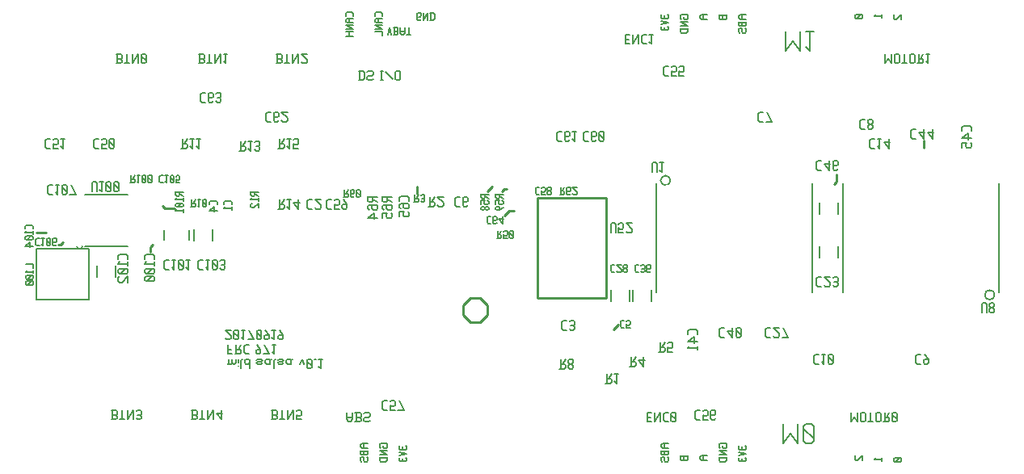
<source format=gbr>
G04 start of page 11 for group -4078 idx -4078 *
G04 Title: board, bottomsilk *
G04 Creator: pcb 20140316 *
G04 CreationDate: Mon 25 Sep 2017 03:50:36 AM GMT UTC *
G04 For: brian *
G04 Format: Gerber/RS-274X *
G04 PCB-Dimensions (mil): 6000.00 5000.00 *
G04 PCB-Coordinate-Origin: lower left *
%MOIN*%
%FSLAX25Y25*%
%LNBOTTOMSILK*%
%ADD145C,0.0082*%
%ADD144C,0.0080*%
%ADD143C,0.0100*%
G54D143*X458000Y252000D02*X459000Y253000D01*
Y256000D01*
X495000Y270000D02*Y267000D01*
X305000Y202000D02*Y198000D01*
X308000Y195000D01*
X312000D01*
X315000Y198000D01*
Y202000D01*
X312000Y205000D01*
X326000Y241000D02*X324000D01*
X322000Y239000D01*
X312000Y205000D02*X308000D01*
X305000Y202000D01*
X367000Y192000D02*X369000Y194000D01*
X323000Y250000D02*X322000D01*
X321000Y249000D01*
X317000Y251000D02*X315000Y249000D01*
X133000Y232000D02*X129000D01*
X138000Y227000D02*X139000D01*
X140000Y228000D01*
X176000Y224000D02*Y226000D01*
X177000Y227000D01*
X186000Y242000D02*X182000D01*
X181000Y243000D01*
X286000Y251000D02*Y248000D01*
G54D144*X263500Y145000D02*X265750D01*
X263500D02*X262750Y144475D01*
Y143650D02*Y144475D01*
Y143650D02*X263500Y143125D01*
X265750D01*
X264250D02*Y145000D01*
X265750Y140725D02*Y142225D01*
Y140725D02*X265375Y140350D01*
X264475D02*X265375D01*
X264100Y140725D02*X264475Y140350D01*
X264100Y140725D02*Y141850D01*
X262750D02*X265750D01*
X262750Y140725D02*Y142225D01*
Y140725D02*X263125Y140350D01*
X263725D01*
X264100Y140725D02*X263725Y140350D01*
X262750Y137950D02*X263125Y137575D01*
X262750Y137950D02*Y139075D01*
X263125Y139450D02*X262750Y139075D01*
X263125Y139450D02*X263875D01*
X264250Y139075D01*
Y137950D02*Y139075D01*
Y137950D02*X264625Y137575D01*
X265375D01*
X265750Y137950D02*X265375Y137575D01*
X265750Y137950D02*Y139075D01*
X265375Y139450D02*X265750Y139075D01*
X270750Y143500D02*X271125Y143125D01*
X270750Y143500D02*Y144625D01*
X271125Y145000D02*X270750Y144625D01*
X271125Y145000D02*X273375D01*
X273750Y144625D01*
Y143500D02*Y144625D01*
Y143500D02*X273375Y143125D01*
X272625D02*X273375D01*
X272250Y143500D02*X272625Y143125D01*
X272250Y143500D02*Y144250D01*
X270750Y142225D02*X273750D01*
X270750D02*X273750Y140350D01*
X270750D02*X273750D01*
X270750Y139075D02*X273750D01*
X270750Y138100D02*X271275Y137575D01*
X273225D01*
X273750Y138100D02*X273225Y137575D01*
X273750Y138100D02*Y139450D01*
X270750Y138100D02*Y139450D01*
X279125Y144000D02*X278750Y143625D01*
Y142875D02*Y143625D01*
Y142875D02*X279125Y142500D01*
X281750Y142875D02*X281375Y142500D01*
X281750Y142875D02*Y143625D01*
X281375Y144000D02*X281750Y143625D01*
X280100Y142875D02*Y143625D01*
X279125Y142500D02*X279725D01*
X280475D02*X281375D01*
X280475D02*X280100Y142875D01*
X279725Y142500D02*X280100Y142875D01*
X278750Y141600D02*X281750Y140850D01*
X278750Y140100D01*
X279125Y139200D02*X278750Y138825D01*
Y138075D02*Y138825D01*
Y138075D02*X279125Y137700D01*
X281750Y138075D02*X281375Y137700D01*
X281750Y138075D02*Y138825D01*
X281375Y139200D02*X281750Y138825D01*
X280100Y138075D02*Y138825D01*
X279125Y137700D02*X279725D01*
X280475D02*X281375D01*
X280475D02*X280100Y138075D01*
X279725Y137700D02*X280100Y138075D01*
G54D145*X437000Y145050D02*Y153250D01*
Y145050D02*X440075Y149150D01*
X443150Y145050D01*
Y153250D01*
X445610Y152225D02*X446635Y153250D01*
X445610Y146075D02*Y152225D01*
Y146075D02*X446635Y145050D01*
X448685D01*
X449710Y146075D01*
Y152225D01*
X448685Y153250D02*X449710Y152225D01*
X446635Y153250D02*X448685D01*
X445610Y151200D02*X449710Y147100D01*
G54D144*X419125Y144000D02*X418750Y143625D01*
Y142875D02*Y143625D01*
Y142875D02*X419125Y142500D01*
X421750Y142875D02*X421375Y142500D01*
X421750Y142875D02*Y143625D01*
X421375Y144000D02*X421750Y143625D01*
X420100Y142875D02*Y143625D01*
X419125Y142500D02*X419725D01*
X420475D02*X421375D01*
X420475D02*X420100Y142875D01*
X419725Y142500D02*X420100Y142875D01*
X418750Y141600D02*X421750Y140850D01*
X418750Y140100D01*
X419125Y139200D02*X418750Y138825D01*
Y138075D02*Y138825D01*
Y138075D02*X419125Y137700D01*
X421750Y138075D02*X421375Y137700D01*
X421750Y138075D02*Y138825D01*
X421375Y139200D02*X421750Y138825D01*
X420100Y138075D02*Y138825D01*
X419125Y137700D02*X419725D01*
X420475D02*X421375D01*
X420475D02*X420100Y138075D01*
X419725Y137700D02*X420100Y138075D01*
X410750Y143500D02*X411125Y143125D01*
X410750Y143500D02*Y144625D01*
X411125Y145000D02*X410750Y144625D01*
X411125Y145000D02*X413375D01*
X413750Y144625D01*
Y143500D02*Y144625D01*
Y143500D02*X413375Y143125D01*
X412625D02*X413375D01*
X412250Y143500D02*X412625Y143125D01*
X412250Y143500D02*Y144250D01*
X410750Y142225D02*X413750D01*
X410750D02*X413750Y140350D01*
X410750D02*X413750D01*
X410750Y139075D02*X413750D01*
X410750Y138100D02*X411275Y137575D01*
X413225D01*
X413750Y138100D02*X413225Y137575D01*
X413750Y138100D02*Y139450D01*
X410750Y138100D02*Y139450D01*
X403500Y140000D02*X405750D01*
X403500D02*X402750Y139475D01*
Y138650D02*Y139475D01*
Y138650D02*X403500Y138125D01*
X405750D01*
X404250D02*Y140000D01*
X397750Y138500D02*Y140000D01*
Y138500D02*X397375Y138125D01*
X396475D02*X397375D01*
X396100Y138500D02*X396475Y138125D01*
X396100Y138500D02*Y139625D01*
X394750D02*X397750D01*
X394750Y138500D02*Y140000D01*
Y138500D02*X395125Y138125D01*
X395725D01*
X396100Y138500D02*X395725Y138125D01*
X475350Y139000D02*X474750Y138400D01*
X477750D01*
Y137875D02*Y139000D01*
X485375D02*X485750Y138625D01*
X483125Y139000D02*X485375D01*
X483125D02*X482750Y138625D01*
Y137875D02*Y138625D01*
Y137875D02*X483125Y137500D01*
X485375D01*
X485750Y137875D02*X485375Y137500D01*
X485750Y137875D02*Y138625D01*
X485000Y139000D02*X483500Y137500D01*
X467125Y140000D02*X466750Y139625D01*
Y138500D02*Y139625D01*
Y138500D02*X467125Y138125D01*
X467875D01*
X469750Y140000D02*X467875Y138125D01*
X469750D02*Y140000D01*
X465000Y153980D02*Y157900D01*
Y153980D02*X466470Y155940D01*
X467940Y153980D01*
Y157900D01*
X469116Y154470D02*Y157410D01*
Y154470D02*X469606Y153980D01*
X470586D01*
X471076Y154470D01*
Y157410D01*
X470586Y157900D02*X471076Y157410D01*
X469606Y157900D02*X470586D01*
X469116Y157410D02*X469606Y157900D01*
X472252Y153980D02*X474212D01*
X473232D02*Y157900D01*
X475388Y154470D02*Y157410D01*
Y154470D02*X475878Y153980D01*
X476858D01*
X477348Y154470D01*
Y157410D01*
X476858Y157900D02*X477348Y157410D01*
X475878Y157900D02*X476858D01*
X475388Y157410D02*X475878Y157900D01*
X478524Y153980D02*X480484D01*
X480974Y154470D01*
Y155450D01*
X480484Y155940D02*X480974Y155450D01*
X479014Y155940D02*X480484D01*
X479014Y153980D02*Y157900D01*
X479798Y155940D02*X480974Y157900D01*
X482150Y157410D02*X482640Y157900D01*
X482150Y154470D02*Y157410D01*
Y154470D02*X482640Y153980D01*
X483620D01*
X484110Y154470D01*
Y157410D01*
X483620Y157900D02*X484110Y157410D01*
X482640Y157900D02*X483620D01*
X482150Y156920D02*X484110Y154960D01*
X387500Y145000D02*X389750D01*
X387500D02*X386750Y144475D01*
Y143650D02*Y144475D01*
Y143650D02*X387500Y143125D01*
X389750D01*
X388250D02*Y145000D01*
X389750Y140725D02*Y142225D01*
Y140725D02*X389375Y140350D01*
X388475D02*X389375D01*
X388100Y140725D02*X388475Y140350D01*
X388100Y140725D02*Y141850D01*
X386750D02*X389750D01*
X386750Y140725D02*Y142225D01*
Y140725D02*X387125Y140350D01*
X387725D01*
X388100Y140725D02*X387725Y140350D01*
X386750Y137950D02*X387125Y137575D01*
X386750Y137950D02*Y139075D01*
X387125Y139450D02*X386750Y139075D01*
X387125Y139450D02*X387875D01*
X388250Y139075D01*
Y137950D02*Y139075D01*
Y137950D02*X388625Y137575D01*
X389375D01*
X389750Y137950D02*X389375Y137575D01*
X389750Y137950D02*Y139075D01*
X389375Y139450D02*X389750Y139075D01*
X381000Y155744D02*X382470D01*
X381000Y157900D02*X382960D01*
X381000Y153980D02*Y157900D01*
Y153980D02*X382960D01*
X384136D02*Y157900D01*
Y153980D02*X386586Y157900D01*
Y153980D02*Y157900D01*
X388448D02*X389722D01*
X387762Y157214D02*X388448Y157900D01*
X387762Y154666D02*Y157214D01*
Y154666D02*X388448Y153980D01*
X389722D01*
X390898Y157410D02*X391388Y157900D01*
X390898Y154470D02*Y157410D01*
Y154470D02*X391388Y153980D01*
X392368D01*
X392858Y154470D01*
Y157410D01*
X392368Y157900D02*X392858Y157410D01*
X391388Y157900D02*X392368D01*
X390898Y156920D02*X392858Y154960D01*
X160000Y158900D02*X161960D01*
X162450Y158410D01*
Y157234D02*Y158410D01*
X161960Y156744D02*X162450Y157234D01*
X160490Y156744D02*X161960D01*
X160490Y154980D02*Y158900D01*
X160000Y154980D02*X161960D01*
X162450Y155470D01*
Y156254D01*
X161960Y156744D02*X162450Y156254D01*
X163626Y154980D02*X165586D01*
X164606D02*Y158900D01*
X166762Y154980D02*Y158900D01*
Y154980D02*X169212Y158900D01*
Y154980D02*Y158900D01*
X170388Y155470D02*X170878Y154980D01*
X171858D01*
X172348Y155470D01*
X171858Y158900D02*X172348Y158410D01*
X170878Y158900D02*X171858D01*
X170388Y158410D02*X170878Y158900D01*
Y156744D02*X171858D01*
X172348Y155470D02*Y156254D01*
Y157234D02*Y158410D01*
Y157234D02*X171858Y156744D01*
X172348Y156254D02*X171858Y156744D01*
X193000Y158900D02*X194960D01*
X195450Y158410D01*
Y157234D02*Y158410D01*
X194960Y156744D02*X195450Y157234D01*
X193490Y156744D02*X194960D01*
X193490Y154980D02*Y158900D01*
X193000Y154980D02*X194960D01*
X195450Y155470D01*
Y156254D01*
X194960Y156744D02*X195450Y156254D01*
X196626Y154980D02*X198586D01*
X197606D02*Y158900D01*
X199762Y154980D02*Y158900D01*
Y154980D02*X202212Y158900D01*
Y154980D02*Y158900D01*
X203388Y157430D02*X205348Y154980D01*
X203388Y157430D02*X205838D01*
X205348Y154980D02*Y158900D01*
X226000D02*X227960D01*
X228450Y158410D01*
Y157234D02*Y158410D01*
X227960Y156744D02*X228450Y157234D01*
X226490Y156744D02*X227960D01*
X226490Y154980D02*Y158900D01*
X226000Y154980D02*X227960D01*
X228450Y155470D01*
Y156254D01*
X227960Y156744D02*X228450Y156254D01*
X229626Y154980D02*X231586D01*
X230606D02*Y158900D01*
X232762Y154980D02*Y158900D01*
Y154980D02*X235212Y158900D01*
Y154980D02*Y158900D01*
X236388Y154980D02*X238348D01*
X236388D02*Y156940D01*
X236878Y156450D01*
X237858D01*
X238348Y156940D01*
Y158410D01*
X237858Y158900D02*X238348Y158410D01*
X236878Y158900D02*X237858D01*
X236388Y158410D02*X236878Y158900D01*
X162000Y305900D02*X163960D01*
X164450Y305410D01*
Y304234D02*Y305410D01*
X163960Y303744D02*X164450Y304234D01*
X162490Y303744D02*X163960D01*
X162490Y301980D02*Y305900D01*
X162000Y301980D02*X163960D01*
X164450Y302470D01*
Y303254D01*
X163960Y303744D02*X164450Y303254D01*
X165626Y301980D02*X167586D01*
X166606D02*Y305900D01*
X168762Y301980D02*Y305900D01*
Y301980D02*X171212Y305900D01*
Y301980D02*Y305900D01*
X172388Y305410D02*X172878Y305900D01*
X172388Y302470D02*Y305410D01*
Y302470D02*X172878Y301980D01*
X173858D01*
X174348Y302470D01*
Y305410D01*
X173858Y305900D02*X174348Y305410D01*
X172878Y305900D02*X173858D01*
X172388Y304920D02*X174348Y302960D01*
X196000Y305900D02*X197960D01*
X198450Y305410D01*
Y304234D02*Y305410D01*
X197960Y303744D02*X198450Y304234D01*
X196490Y303744D02*X197960D01*
X196490Y301980D02*Y305900D01*
X196000Y301980D02*X197960D01*
X198450Y302470D01*
Y303254D01*
X197960Y303744D02*X198450Y303254D01*
X199626Y301980D02*X201586D01*
X200606D02*Y305900D01*
X202762Y301980D02*Y305900D01*
Y301980D02*X205212Y305900D01*
Y301980D02*Y305900D01*
X206388Y302764D02*X207172Y301980D01*
Y305900D01*
X206388D02*X207858D01*
X228000D02*X229960D01*
X230450Y305410D01*
Y304234D02*Y305410D01*
X229960Y303744D02*X230450Y304234D01*
X228490Y303744D02*X229960D01*
X228490Y301980D02*Y305900D01*
X228000Y301980D02*X229960D01*
X230450Y302470D01*
Y303254D01*
X229960Y303744D02*X230450Y303254D01*
X231626Y301980D02*X233586D01*
X232606D02*Y305900D01*
X234762Y301980D02*Y305900D01*
Y301980D02*X237212Y305900D01*
Y301980D02*Y305900D01*
X238388Y302470D02*X238878Y301980D01*
X240348D01*
X240838Y302470D01*
Y303450D01*
X238388Y305900D02*X240838Y303450D01*
X238388Y305900D02*X240838D01*
X262490Y294980D02*Y298900D01*
X263764Y294980D02*X264450Y295666D01*
Y298214D01*
X263764Y298900D02*X264450Y298214D01*
X262000Y298900D02*X263764D01*
X262000Y294980D02*X263764D01*
X267586D02*X268076Y295470D01*
X266116Y294980D02*X267586D01*
X265626Y295470D02*X266116Y294980D01*
X265626Y295470D02*Y296450D01*
X266116Y296940D01*
X267586D01*
X268076Y297430D01*
Y298410D01*
X267586Y298900D02*X268076Y298410D01*
X266116Y298900D02*X267586D01*
X265626Y298410D02*X266116Y298900D01*
X271016Y294980D02*X271996D01*
X271506D02*Y298900D01*
X271016D02*X271996D01*
X273172Y298410D02*X276112Y295470D01*
X277288D02*Y298410D01*
Y295470D02*X277778Y294980D01*
X278758D01*
X279248Y295470D01*
Y298410D01*
X278758Y298900D02*X279248Y298410D01*
X277778Y298900D02*X278758D01*
X277288Y298410D02*X277778Y298900D01*
X274000Y313750D02*X274750Y316750D01*
X275500Y313750D01*
X276400Y316750D02*X277900D01*
X278275Y316375D01*
Y315475D02*Y316375D01*
X277900Y315100D02*X278275Y315475D01*
X276775Y315100D02*X277900D01*
X276775Y313750D02*Y316750D01*
X276400Y313750D02*X277900D01*
X278275Y314125D01*
Y314725D01*
X277900Y315100D02*X278275Y314725D01*
X279175Y314500D02*Y316750D01*
Y314500D02*X279700Y313750D01*
X280525D01*
X281050Y314500D01*
Y316750D01*
X279175Y315250D02*X281050D01*
X281950Y313750D02*X283450D01*
X282700D02*Y316750D01*
X287500Y319750D02*X287875Y320125D01*
X286375Y319750D02*X287500D01*
X286000Y320125D02*X286375Y319750D01*
X286000Y320125D02*Y322375D01*
X286375Y322750D01*
X287500D01*
X287875Y322375D01*
Y321625D02*Y322375D01*
X287500Y321250D02*X287875Y321625D01*
X286750Y321250D02*X287500D01*
X288775Y319750D02*Y322750D01*
Y319750D02*X290650Y322750D01*
Y319750D02*Y322750D01*
X291925Y319750D02*Y322750D01*
X292900Y319750D02*X293425Y320275D01*
Y322225D01*
X292900Y322750D02*X293425Y322225D01*
X291550Y322750D02*X292900D01*
X291550Y319750D02*X292900D01*
X257000Y154960D02*Y157900D01*
Y154960D02*X257686Y153980D01*
X258764D01*
X259450Y154960D01*
Y157900D01*
X257000Y155940D02*X259450D01*
X260626Y157900D02*X262586D01*
X263076Y157410D01*
Y156234D02*Y157410D01*
X262586Y155744D02*X263076Y156234D01*
X261116Y155744D02*X262586D01*
X261116Y153980D02*Y157900D01*
X260626Y153980D02*X262586D01*
X263076Y154470D01*
Y155254D01*
X262586Y155744D02*X263076Y155254D01*
X266212Y153980D02*X266702Y154470D01*
X264742Y153980D02*X266212D01*
X264252Y154470D02*X264742Y153980D01*
X264252Y154470D02*Y155450D01*
X264742Y155940D01*
X266212D01*
X266702Y156430D01*
Y157410D01*
X266212Y157900D02*X266702Y157410D01*
X264742Y157900D02*X266212D01*
X264252Y157410D02*X264742Y157900D01*
X259750Y321500D02*Y322475D01*
X259225Y323000D02*X259750Y322475D01*
X257275Y323000D02*X259225D01*
X257275D02*X256750Y322475D01*
Y321500D02*Y322475D01*
X257500Y320600D02*X259750D01*
X257500D02*X256750Y320075D01*
Y319250D02*Y320075D01*
Y319250D02*X257500Y318725D01*
X259750D01*
X258250D02*Y320600D01*
X256750Y317825D02*X259750D01*
X256750D02*X259750Y315950D01*
X256750D02*X259750D01*
X256750Y315050D02*X259750D01*
X256750Y313175D02*X259750D01*
X258250D02*Y315050D01*
X271750Y321500D02*Y322475D01*
X271225Y323000D02*X271750Y322475D01*
X269275Y323000D02*X271225D01*
X269275D02*X268750Y322475D01*
Y321500D02*Y322475D01*
X269500Y320600D02*X271750D01*
X269500D02*X268750Y320075D01*
Y319250D02*Y320075D01*
Y319250D02*X269500Y318725D01*
X271750D01*
X270250D02*Y320600D01*
X268750Y317825D02*X271750D01*
X268750D02*X271750Y315950D01*
X268750D02*X271750D01*
X268750Y315050D02*X271750D01*
Y313550D02*Y315050D01*
X208490Y178430D02*Y179900D01*
Y178430D02*X208980Y177940D01*
X209470D01*
X209960Y178430D01*
Y179900D01*
Y178430D02*X210450Y177940D01*
X210940D01*
X211430Y178430D01*
Y179900D01*
X208000Y177940D02*X208490Y178430D01*
X212606Y176960D02*Y177058D01*
Y178430D02*Y179900D01*
X213586Y175980D02*Y179410D01*
X214076Y179900D01*
X217016Y175980D02*Y179900D01*
X216526D02*X217016Y179410D01*
X215546Y179900D02*X216526D01*
X215056Y179410D02*X215546Y179900D01*
X215056Y178430D02*Y179410D01*
Y178430D02*X215546Y177940D01*
X216526D01*
X217016Y178430D01*
X220446Y179900D02*X221916D01*
X222406Y179410D01*
X221916Y178920D02*X222406Y179410D01*
X220446Y178920D02*X221916D01*
X219956Y178430D02*X220446Y178920D01*
X219956Y178430D02*X220446Y177940D01*
X221916D01*
X222406Y178430D01*
X219956Y179410D02*X220446Y179900D01*
X225052Y177940D02*X225542Y178430D01*
X224072Y177940D02*X225052D01*
X223582Y178430D02*X224072Y177940D01*
X223582Y178430D02*Y179410D01*
X224072Y179900D01*
X225542Y177940D02*Y179410D01*
X226032Y179900D01*
X224072D02*X225052D01*
X225542Y179410D01*
X227208Y175980D02*Y179410D01*
X227698Y179900D01*
X229168D02*X230638D01*
X231128Y179410D01*
X230638Y178920D02*X231128Y179410D01*
X229168Y178920D02*X230638D01*
X228678Y178430D02*X229168Y178920D01*
X228678Y178430D02*X229168Y177940D01*
X230638D01*
X231128Y178430D01*
X228678Y179410D02*X229168Y179900D01*
X233774Y177940D02*X234264Y178430D01*
X232794Y177940D02*X233774D01*
X232304Y178430D02*X232794Y177940D01*
X232304Y178430D02*Y179410D01*
X232794Y179900D01*
X234264Y177940D02*Y179410D01*
X234754Y179900D01*
X232794D02*X233774D01*
X234264Y179410D01*
X237694Y177940D02*X238674Y179900D01*
X239654Y177940D02*X238674Y179900D01*
X240830Y179410D02*X241320Y179900D01*
X240830Y176470D02*Y179410D01*
Y176470D02*X241320Y175980D01*
X242300D01*
X242790Y176470D01*
Y179410D01*
X242300Y179900D02*X242790Y179410D01*
X241320Y179900D02*X242300D01*
X240830Y178920D02*X242790Y176960D01*
X243966Y179900D02*X244456D01*
X245632Y176764D02*X246416Y175980D01*
Y179900D01*
X245632D02*X247102D01*
X208000Y181980D02*Y185900D01*
Y181980D02*X209960D01*
X208000Y183744D02*X209470D01*
X211136Y181980D02*X213096D01*
X213586Y182470D01*
Y183450D01*
X213096Y183940D02*X213586Y183450D01*
X211626Y183940D02*X213096D01*
X211626Y181980D02*Y185900D01*
X212410Y183940D02*X213586Y185900D01*
X215448D02*X216722D01*
X214762Y185214D02*X215448Y185900D01*
X214762Y182666D02*Y185214D01*
Y182666D02*X215448Y181980D01*
X216722D01*
X220152Y185900D02*X221622Y183940D01*
Y182470D02*Y183940D01*
X221132Y181980D02*X221622Y182470D01*
X220152Y181980D02*X221132D01*
X219662Y182470D02*X220152Y181980D01*
X219662Y182470D02*Y183450D01*
X220152Y183940D01*
X221622D01*
X223288Y185900D02*X225248Y181980D01*
X222798D02*X225248D01*
X226424Y182764D02*X227208Y181980D01*
Y185900D01*
X226424D02*X227894D01*
X207000Y188470D02*X207490Y187980D01*
X208960D01*
X209450Y188470D01*
Y189450D01*
X207000Y191900D02*X209450Y189450D01*
X207000Y191900D02*X209450D01*
X210626Y191410D02*X211116Y191900D01*
X210626Y188470D02*Y191410D01*
Y188470D02*X211116Y187980D01*
X212096D01*
X212586Y188470D01*
Y191410D01*
X212096Y191900D02*X212586Y191410D01*
X211116Y191900D02*X212096D01*
X210626Y190920D02*X212586Y188960D01*
X213762Y188764D02*X214546Y187980D01*
Y191900D01*
X213762D02*X215232D01*
X216898D02*X218858Y187980D01*
X216408D02*X218858D01*
X220034Y191410D02*X220524Y191900D01*
X220034Y188470D02*Y191410D01*
Y188470D02*X220524Y187980D01*
X221504D01*
X221994Y188470D01*
Y191410D01*
X221504Y191900D02*X221994Y191410D01*
X220524Y191900D02*X221504D01*
X220034Y190920D02*X221994Y188960D01*
X223660Y191900D02*X225130Y189940D01*
Y188470D02*Y189940D01*
X224640Y187980D02*X225130Y188470D01*
X223660Y187980D02*X224640D01*
X223170Y188470D02*X223660Y187980D01*
X223170Y188470D02*Y189450D01*
X223660Y189940D01*
X225130D01*
X226306Y188764D02*X227090Y187980D01*
Y191900D01*
X226306D02*X227776D01*
X229442D02*X230912Y189940D01*
Y188470D02*Y189940D01*
X230422Y187980D02*X230912Y188470D01*
X229442Y187980D02*X230422D01*
X228952Y188470D02*X229442Y187980D01*
X228952Y188470D02*Y189450D01*
X229442Y189940D01*
X230912D01*
G54D145*X438000Y307050D02*Y315250D01*
Y307050D02*X441075Y311150D01*
X444150Y307050D01*
Y315250D01*
X446610Y308690D02*X448250Y307050D01*
Y315250D01*
X446610D02*X449685D01*
G54D144*X419500Y322000D02*X421750D01*
X419500D02*X418750Y321475D01*
Y320650D02*Y321475D01*
Y320650D02*X419500Y320125D01*
X421750D01*
X420250D02*Y322000D01*
X421750Y317725D02*Y319225D01*
Y317725D02*X421375Y317350D01*
X420475D02*X421375D01*
X420100Y317725D02*X420475Y317350D01*
X420100Y317725D02*Y318850D01*
X418750D02*X421750D01*
X418750Y317725D02*Y319225D01*
Y317725D02*X419125Y317350D01*
X419725D01*
X420100Y317725D02*X419725Y317350D01*
X418750Y314950D02*X419125Y314575D01*
X418750Y314950D02*Y316075D01*
X419125Y316450D02*X418750Y316075D01*
X419125Y316450D02*X419875D01*
X420250Y316075D01*
Y314950D02*Y316075D01*
Y314950D02*X420625Y314575D01*
X421375D01*
X421750Y314950D02*X421375Y314575D01*
X421750Y314950D02*Y316075D01*
X421375Y316450D02*X421750Y316075D01*
X387125Y322000D02*X386750Y321625D01*
Y320875D02*Y321625D01*
Y320875D02*X387125Y320500D01*
X389750Y320875D02*X389375Y320500D01*
X389750Y320875D02*Y321625D01*
X389375Y322000D02*X389750Y321625D01*
X388100Y320875D02*Y321625D01*
X387125Y320500D02*X387725D01*
X388475D02*X389375D01*
X388475D02*X388100Y320875D01*
X387725Y320500D02*X388100Y320875D01*
X386750Y319600D02*X389750Y318850D01*
X386750Y318100D01*
X387125Y317200D02*X386750Y316825D01*
Y316075D02*Y316825D01*
Y316075D02*X387125Y315700D01*
X389750Y316075D02*X389375Y315700D01*
X389750Y316075D02*Y316825D01*
X389375Y317200D02*X389750Y316825D01*
X388100Y316075D02*Y316825D01*
X387125Y315700D02*X387725D01*
X388475D02*X389375D01*
X388475D02*X388100Y316075D01*
X387725Y315700D02*X388100Y316075D01*
X394750Y320500D02*X395125Y320125D01*
X394750Y320500D02*Y321625D01*
X395125Y322000D02*X394750Y321625D01*
X395125Y322000D02*X397375D01*
X397750Y321625D01*
Y320500D02*Y321625D01*
Y320500D02*X397375Y320125D01*
X396625D02*X397375D01*
X396250Y320500D02*X396625Y320125D01*
X396250Y320500D02*Y321250D01*
X394750Y319225D02*X397750D01*
X394750D02*X397750Y317350D01*
X394750D02*X397750D01*
X394750Y316075D02*X397750D01*
X394750Y315100D02*X395275Y314575D01*
X397225D01*
X397750Y315100D02*X397225Y314575D01*
X397750Y315100D02*Y316450D01*
X394750Y315100D02*Y316450D01*
X403500Y322000D02*X405750D01*
X403500D02*X402750Y321475D01*
Y320650D02*Y321475D01*
Y320650D02*X403500Y320125D01*
X405750D01*
X404250D02*Y322000D01*
X413750Y320500D02*Y322000D01*
Y320500D02*X413375Y320125D01*
X412475D02*X413375D01*
X412100Y320500D02*X412475Y320125D01*
X412100Y320500D02*Y321625D01*
X410750D02*X413750D01*
X410750Y320500D02*Y322000D01*
Y320500D02*X411125Y320125D01*
X411725D01*
X412100Y320500D02*X411725Y320125D01*
X483125Y322000D02*X482750Y321625D01*
Y320500D02*Y321625D01*
Y320500D02*X483125Y320125D01*
X483875D01*
X485750Y322000D02*X483875Y320125D01*
X485750D02*Y322000D01*
X475350D02*X474750Y321400D01*
X477750D01*
Y320875D02*Y322000D01*
X469375D02*X469750Y321625D01*
X467125Y322000D02*X469375D01*
X467125D02*X466750Y321625D01*
Y320875D02*Y321625D01*
Y320875D02*X467125Y320500D01*
X469375D01*
X469750Y320875D02*X469375Y320500D01*
X469750Y320875D02*Y321625D01*
X469000Y322000D02*X467500Y320500D01*
X372000Y311744D02*X373470D01*
X372000Y313900D02*X373960D01*
X372000Y309980D02*Y313900D01*
Y309980D02*X373960D01*
X375136D02*Y313900D01*
Y309980D02*X377586Y313900D01*
Y309980D02*Y313900D01*
X379448D02*X380722D01*
X378762Y313214D02*X379448Y313900D01*
X378762Y310666D02*Y313214D01*
Y310666D02*X379448Y309980D01*
X380722D01*
X381898Y310764D02*X382682Y309980D01*
Y313900D01*
X381898D02*X383368D01*
X479000Y301980D02*Y305900D01*
Y301980D02*X480470Y303940D01*
X481940Y301980D01*
Y305900D01*
X483116Y302470D02*Y305410D01*
Y302470D02*X483606Y301980D01*
X484586D01*
X485076Y302470D01*
Y305410D01*
X484586Y305900D02*X485076Y305410D01*
X483606Y305900D02*X484586D01*
X483116Y305410D02*X483606Y305900D01*
X486252Y301980D02*X488212D01*
X487232D02*Y305900D01*
X489388Y302470D02*Y305410D01*
Y302470D02*X489878Y301980D01*
X490858D01*
X491348Y302470D01*
Y305410D01*
X490858Y305900D02*X491348Y305410D01*
X489878Y305900D02*X490858D01*
X489388Y305410D02*X489878Y305900D01*
X492524Y301980D02*X494484D01*
X494974Y302470D01*
Y303450D01*
X494484Y303940D02*X494974Y303450D01*
X493014Y303940D02*X494484D01*
X493014Y301980D02*Y305900D01*
X493798Y303940D02*X494974Y305900D01*
X496150Y302764D02*X496934Y301980D01*
Y305900D01*
X496150D02*X497620D01*
X449087Y252441D02*Y207559D01*
X384913Y252441D02*Y207559D01*
X388654Y255622D02*G75*G03X388654Y255622I0J-2000D01*G01*
X459740Y226362D02*Y221638D01*
X452260Y226362D02*Y221638D01*
Y244362D02*Y239638D01*
X459740Y244362D02*Y239638D01*
X461913Y252441D02*Y207559D01*
X526087Y252441D02*Y207559D01*
X522346Y204378D02*G75*G03X522346Y204378I0J2000D01*G01*
G54D143*X335800Y246500D02*Y205100D01*
Y246500D02*X364300D01*
Y205100D01*
X335800D02*X364300D01*
G54D144*X375260Y208362D02*Y203638D01*
X382740Y208362D02*Y203638D01*
X366260Y208362D02*Y203638D01*
X373740Y208362D02*Y203638D01*
X194260Y233362D02*Y228638D01*
X201740Y233362D02*Y228638D01*
X181686Y232968D02*Y229032D01*
X192314Y232968D02*Y229032D01*
X161740Y218362D02*Y213638D01*
X154260Y218362D02*Y213638D01*
X129200Y225400D02*X150800D01*
X129200D02*Y204600D01*
X150800D01*
Y225400D02*Y204600D01*
X149142Y247630D02*X166858D01*
X149142Y226370D02*X166858D01*
X145795Y226359D02*G75*G03X148158Y226359I1182J208D01*G01*
X209700Y243610D02*Y244611D01*
X209161Y245150D02*X209700Y244611D01*
X207159Y245150D02*X209161D01*
X207159D02*X206620Y244611D01*
Y243610D02*Y244611D01*
X207236Y242686D02*X206620Y242070D01*
X209700D01*
Y241531D02*Y242686D01*
X203700Y243610D02*Y244611D01*
X203161Y245150D02*X203700Y244611D01*
X201159Y245150D02*X203161D01*
X201159D02*X200620Y244611D01*
Y243610D02*Y244611D01*
X202545Y242686D02*X200620Y241146D01*
X202545Y240761D02*Y242686D01*
X200620Y241146D02*X203700D01*
X196550Y220850D02*X197850D01*
X195850Y220150D02*X196550Y220850D01*
X195850Y217550D02*Y220150D01*
Y217550D02*X196550Y216850D01*
X197850D01*
X199050Y217650D02*X199850Y216850D01*
Y220850D01*
X199050D02*X200550D01*
X201750Y220350D02*X202250Y220850D01*
X201750Y217350D02*Y220350D01*
Y217350D02*X202250Y216850D01*
X203250D01*
X203750Y217350D01*
Y220350D01*
X203250Y220850D02*X203750Y220350D01*
X202250Y220850D02*X203250D01*
X201750Y219850D02*X203750Y217850D01*
X204950Y217350D02*X205450Y216850D01*
X206450D01*
X206950Y217350D01*
X206450Y220850D02*X206950Y220350D01*
X205450Y220850D02*X206450D01*
X204950Y220350D02*X205450Y220850D01*
Y218650D02*X206450D01*
X206950Y217350D02*Y218150D01*
Y219150D02*Y220350D01*
Y219150D02*X206450Y218650D01*
X206950Y218150D02*X206450Y218650D01*
X182550Y220850D02*X183850D01*
X181850Y220150D02*X182550Y220850D01*
X181850Y217550D02*Y220150D01*
Y217550D02*X182550Y216850D01*
X183850D01*
X185050Y217650D02*X185850Y216850D01*
Y220850D01*
X185050D02*X186550D01*
X187750Y220350D02*X188250Y220850D01*
X187750Y217350D02*Y220350D01*
Y217350D02*X188250Y216850D01*
X189250D01*
X189750Y217350D01*
Y220350D01*
X189250Y220850D02*X189750Y220350D01*
X188250Y220850D02*X189250D01*
X187750Y219850D02*X189750Y217850D01*
X190950Y217650D02*X191750Y216850D01*
Y220850D01*
X190950D02*X192450D01*
X192850Y242620D02*X194390D01*
X194775Y243005D01*
Y243775D01*
X194390Y244160D02*X194775Y243775D01*
X193235Y244160D02*X194390D01*
X193235Y242620D02*Y245700D01*
X193851Y244160D02*X194775Y245700D01*
X195699Y243236D02*X196315Y242620D01*
Y245700D01*
X195699D02*X196854D01*
X197778Y245315D02*X198163Y245700D01*
X197778Y243005D02*Y245315D01*
Y243005D02*X198163Y242620D01*
X198933D01*
X199318Y243005D01*
Y245315D01*
X198933Y245700D02*X199318Y245315D01*
X198163Y245700D02*X198933D01*
X197778Y244930D02*X199318Y243390D01*
X186620Y247610D02*Y249150D01*
Y247610D02*X187005Y247225D01*
X187775D01*
X188160Y247610D02*X187775Y247225D01*
X188160Y247610D02*Y248765D01*
X186620D02*X189700D01*
X188160Y248149D02*X189700Y247225D01*
X187236Y246301D02*X186620Y245685D01*
X189700D01*
Y245146D02*Y246301D01*
X189315Y244222D02*X189700Y243837D01*
X187005Y244222D02*X189315D01*
X187005D02*X186620Y243837D01*
Y243067D02*Y243837D01*
Y243067D02*X187005Y242682D01*
X189315D01*
X189700Y243067D02*X189315Y242682D01*
X189700Y243067D02*Y243837D01*
X188930Y244222D02*X187390Y242682D01*
X187236Y241758D02*X186620Y241142D01*
X189700D01*
Y240603D02*Y241758D01*
X167850Y252620D02*X169390D01*
X169775Y253005D01*
Y253775D01*
X169390Y254160D02*X169775Y253775D01*
X168235Y254160D02*X169390D01*
X168235Y252620D02*Y255700D01*
X168851Y254160D02*X169775Y255700D01*
X170699Y253236D02*X171315Y252620D01*
Y255700D01*
X170699D02*X171854D01*
X172778Y255315D02*X173163Y255700D01*
X172778Y253005D02*Y255315D01*
Y253005D02*X173163Y252620D01*
X173933D01*
X174318Y253005D01*
Y255315D01*
X173933Y255700D02*X174318Y255315D01*
X173163Y255700D02*X173933D01*
X172778Y254930D02*X174318Y253390D01*
X175242Y255315D02*X175627Y255700D01*
X175242Y253005D02*Y255315D01*
Y253005D02*X175627Y252620D01*
X176397D01*
X176782Y253005D01*
Y255315D01*
X176397Y255700D02*X176782Y255315D01*
X175627Y255700D02*X176397D01*
X175242Y254930D02*X176782Y253390D01*
X180382Y255650D02*X181370D01*
X179850Y255118D02*X180382Y255650D01*
X179850Y253142D02*Y255118D01*
Y253142D02*X180382Y252610D01*
X181370D01*
X182282Y253218D02*X182890Y252610D01*
Y255650D01*
X182282D02*X183422D01*
X184334Y255270D02*X184714Y255650D01*
X184334Y252990D02*Y255270D01*
Y252990D02*X184714Y252610D01*
X185474D01*
X185854Y252990D01*
Y255270D01*
X185474Y255650D02*X185854Y255270D01*
X184714Y255650D02*X185474D01*
X184334Y254890D02*X185854Y253370D01*
X186766Y252610D02*X188286D01*
X186766D02*Y254130D01*
X187146Y253750D01*
X187906D01*
X188286Y254130D01*
Y255270D01*
X187906Y255650D02*X188286Y255270D01*
X187146Y255650D02*X187906D01*
X186766Y255270D02*X187146Y255650D01*
X272550Y162850D02*X273850D01*
X271850Y162150D02*X272550Y162850D01*
X271850Y159550D02*Y162150D01*
Y159550D02*X272550Y158850D01*
X273850D01*
X275050D02*X277050D01*
X275050D02*Y160850D01*
X275550Y160350D01*
X276550D01*
X277050Y160850D01*
Y162350D01*
X276550Y162850D02*X277050Y162350D01*
X275550Y162850D02*X276550D01*
X275050Y162350D02*X275550Y162850D01*
X278750D02*X280750Y158850D01*
X278250D02*X280750D01*
X241550Y245850D02*X242850D01*
X240850Y245150D02*X241550Y245850D01*
X240850Y242550D02*Y245150D01*
Y242550D02*X241550Y241850D01*
X242850D01*
X244050Y242350D02*X244550Y241850D01*
X246050D01*
X246550Y242350D01*
Y243350D01*
X244050Y245850D02*X246550Y243350D01*
X244050Y245850D02*X246550D01*
X249550D02*X250850D01*
X248850Y245150D02*X249550Y245850D01*
X248850Y242550D02*Y245150D01*
Y242550D02*X249550Y241850D01*
X250850D01*
X252050D02*X254050D01*
X252050D02*Y243850D01*
X252550Y243350D01*
X253550D01*
X254050Y243850D01*
Y245350D01*
X253550Y245850D02*X254050Y245350D01*
X252550Y245850D02*X253550D01*
X252050Y245350D02*X252550Y245850D01*
X255750D02*X257250Y243850D01*
Y242350D02*Y243850D01*
X256750Y241850D02*X257250Y242350D01*
X255750Y241850D02*X256750D01*
X255250Y242350D02*X255750Y241850D01*
X255250Y242350D02*Y243350D01*
X255750Y243850D01*
X257250D01*
X255850Y246620D02*X257390D01*
X257775Y247005D01*
Y247775D01*
X257390Y248160D02*X257775Y247775D01*
X256235Y248160D02*X257390D01*
X256235Y246620D02*Y249700D01*
X256851Y248160D02*X257775Y249700D01*
X259854Y246620D02*X260239Y247005D01*
X259084Y246620D02*X259854D01*
X258699Y247005D02*X259084Y246620D01*
X258699Y247005D02*Y249315D01*
X259084Y249700D01*
X259854Y248006D02*X260239Y248391D01*
X258699Y248006D02*X259854D01*
X259084Y249700D02*X259854D01*
X260239Y249315D01*
Y248391D02*Y249315D01*
X261163D02*X261548Y249700D01*
X261163Y247005D02*Y249315D01*
Y247005D02*X261548Y246620D01*
X262318D01*
X262703Y247005D01*
Y249315D01*
X262318Y249700D02*X262703Y249315D01*
X261548Y249700D02*X262318D01*
X261163Y248930D02*X262703Y247390D01*
X228850Y241850D02*X230850D01*
X231350Y242350D01*
Y243350D01*
X230850Y243850D02*X231350Y243350D01*
X229350Y243850D02*X230850D01*
X229350Y241850D02*Y245850D01*
X230150Y243850D02*X231350Y245850D01*
X232550Y242650D02*X233350Y241850D01*
Y245850D01*
X232550D02*X234050D01*
X235250Y244350D02*X237250Y241850D01*
X235250Y244350D02*X237750D01*
X237250Y241850D02*Y245850D01*
X228850Y266850D02*X230850D01*
X231350Y267350D01*
Y268350D01*
X230850Y268850D02*X231350Y268350D01*
X229350Y268850D02*X230850D01*
X229350Y266850D02*Y270850D01*
X230150Y268850D02*X231350Y270850D01*
X232550Y267650D02*X233350Y266850D01*
Y270850D01*
X232550D02*X234050D01*
X235250Y266850D02*X237250D01*
X235250D02*Y268850D01*
X235750Y268350D01*
X236750D01*
X237250Y268850D01*
Y270350D01*
X236750Y270850D02*X237250Y270350D01*
X235750Y270850D02*X236750D01*
X235250Y270350D02*X235750Y270850D01*
X224550Y281850D02*X225850D01*
X223850Y281150D02*X224550Y281850D01*
X223850Y278550D02*Y281150D01*
Y278550D02*X224550Y277850D01*
X225850D01*
X228550D02*X229050Y278350D01*
X227550Y277850D02*X228550D01*
X227050Y278350D02*X227550Y277850D01*
X227050Y278350D02*Y281350D01*
X227550Y281850D01*
X228550Y279650D02*X229050Y280150D01*
X227050Y279650D02*X228550D01*
X227550Y281850D02*X228550D01*
X229050Y281350D01*
Y280150D02*Y281350D01*
X230250Y278350D02*X230750Y277850D01*
X232250D01*
X232750Y278350D01*
Y279350D01*
X230250Y281850D02*X232750Y279350D01*
X230250Y281850D02*X232750D01*
X217620Y247610D02*Y249150D01*
Y247610D02*X218005Y247225D01*
X218775D01*
X219160Y247610D02*X218775Y247225D01*
X219160Y247610D02*Y248765D01*
X217620D02*X220700D01*
X219160Y248149D02*X220700Y247225D01*
X218236Y246301D02*X217620Y245685D01*
X220700D01*
Y245146D02*Y246301D01*
X218005Y244222D02*X217620Y243837D01*
Y242682D02*Y243837D01*
Y242682D02*X218005Y242297D01*
X218775D01*
X220700Y244222D02*X218775Y242297D01*
X220700D02*Y244222D01*
X212850Y265850D02*X214850D01*
X215350Y266350D01*
Y267350D01*
X214850Y267850D02*X215350Y267350D01*
X213350Y267850D02*X214850D01*
X213350Y265850D02*Y269850D01*
X214150Y267850D02*X215350Y269850D01*
X216550Y266650D02*X217350Y265850D01*
Y269850D01*
X216550D02*X218050D01*
X219250Y266350D02*X219750Y265850D01*
X220750D01*
X221250Y266350D01*
X220750Y269850D02*X221250Y269350D01*
X219750Y269850D02*X220750D01*
X219250Y269350D02*X219750Y269850D01*
Y267650D02*X220750D01*
X221250Y266350D02*Y267150D01*
Y268150D02*Y269350D01*
Y268150D02*X220750Y267650D01*
X221250Y267150D02*X220750Y267650D01*
X265850Y245150D02*Y247150D01*
Y245150D02*X266350Y244650D01*
X267350D01*
X267850Y245150D02*X267350Y244650D01*
X267850Y245150D02*Y246650D01*
X265850D02*X269850D01*
X267850Y245850D02*X269850Y244650D01*
X265850Y241950D02*X266350Y241450D01*
X265850Y241950D02*Y242950D01*
X266350Y243450D02*X265850Y242950D01*
X266350Y243450D02*X269350D01*
X269850Y242950D01*
X267650Y241950D02*X268150Y241450D01*
X267650Y241950D02*Y243450D01*
X269850Y241950D02*Y242950D01*
Y241950D02*X269350Y241450D01*
X268150D02*X269350D01*
X268350Y240250D02*X265850Y238250D01*
X268350Y237750D02*Y240250D01*
X265850Y238250D02*X269850D01*
X271850Y245150D02*Y247150D01*
Y245150D02*X272350Y244650D01*
X273350D01*
X273850Y245150D02*X273350Y244650D01*
X273850Y245150D02*Y246650D01*
X271850D02*X275850D01*
X273850Y245850D02*X275850Y244650D01*
X271850Y241950D02*X272350Y241450D01*
X271850Y241950D02*Y242950D01*
X272350Y243450D02*X271850Y242950D01*
X272350Y243450D02*X275350D01*
X275850Y242950D01*
X273650Y241950D02*X274150Y241450D01*
X273650Y241950D02*Y243450D01*
X275850Y241950D02*Y242950D01*
Y241950D02*X275350Y241450D01*
X274150D02*X275350D01*
X271850Y238250D02*Y240250D01*
X273850D01*
X273350Y239750D01*
Y238750D02*Y239750D01*
Y238750D02*X273850Y238250D01*
X275350D01*
X275850Y238750D02*X275350Y238250D01*
X275850Y238750D02*Y239750D01*
X275350Y240250D02*X275850Y239750D01*
X282850Y245150D02*Y246450D01*
X282150Y247150D02*X282850Y246450D01*
X279550Y247150D02*X282150D01*
X279550D02*X278850Y246450D01*
Y245150D02*Y246450D01*
Y242450D02*X279350Y241950D01*
X278850Y242450D02*Y243450D01*
X279350Y243950D02*X278850Y243450D01*
X279350Y243950D02*X282350D01*
X282850Y243450D01*
X280650Y242450D02*X281150Y241950D01*
X280650Y242450D02*Y243950D01*
X282850Y242450D02*Y243450D01*
Y242450D02*X282350Y241950D01*
X281150D02*X282350D01*
X278850Y238750D02*Y240750D01*
X280850D01*
X280350Y240250D01*
Y239250D02*Y240250D01*
Y239250D02*X280850Y238750D01*
X282350D01*
X282850Y239250D02*X282350Y238750D01*
X282850Y239250D02*Y240250D01*
X282350Y240750D02*X282850Y240250D01*
X133550Y270850D02*X134850D01*
X132850Y270150D02*X133550Y270850D01*
X132850Y267550D02*Y270150D01*
Y267550D02*X133550Y266850D01*
X134850D01*
X136050D02*X138050D01*
X136050D02*Y268850D01*
X136550Y268350D01*
X137550D01*
X138050Y268850D01*
Y270350D01*
X137550Y270850D02*X138050Y270350D01*
X136550Y270850D02*X137550D01*
X136050Y270350D02*X136550Y270850D01*
X139250Y267650D02*X140050Y266850D01*
Y270850D01*
X139250D02*X140750D01*
X166850Y221150D02*Y222450D01*
X166150Y223150D02*X166850Y222450D01*
X163550Y223150D02*X166150D01*
X163550D02*X162850Y222450D01*
Y221150D02*Y222450D01*
X163650Y219950D02*X162850Y219150D01*
X166850D01*
Y218450D02*Y219950D01*
X166350Y217250D02*X166850Y216750D01*
X163350Y217250D02*X166350D01*
X163350D02*X162850Y216750D01*
Y215750D02*Y216750D01*
Y215750D02*X163350Y215250D01*
X166350D01*
X166850Y215750D02*X166350Y215250D01*
X166850Y215750D02*Y216750D01*
X165850Y217250D02*X163850Y215250D01*
X163350Y214050D02*X162850Y213550D01*
Y212050D02*Y213550D01*
Y212050D02*X163350Y211550D01*
X164350D01*
X166850Y214050D02*X164350Y211550D01*
X166850D02*Y214050D01*
X177850Y221150D02*Y222450D01*
X177150Y223150D02*X177850Y222450D01*
X174550Y223150D02*X177150D01*
X174550D02*X173850Y222450D01*
Y221150D02*Y222450D01*
X174650Y219950D02*X173850Y219150D01*
X177850D01*
Y218450D02*Y219950D01*
X177350Y217250D02*X177850Y216750D01*
X174350Y217250D02*X177350D01*
X174350D02*X173850Y216750D01*
Y215750D02*Y216750D01*
Y215750D02*X174350Y215250D01*
X177350D01*
X177850Y215750D02*X177350Y215250D01*
X177850Y215750D02*Y216750D01*
X176850Y217250D02*X174850Y215250D01*
X177350Y214050D02*X177850Y213550D01*
X174350Y214050D02*X177350D01*
X174350D02*X173850Y213550D01*
Y212550D02*Y213550D01*
Y212550D02*X174350Y212050D01*
X177350D01*
X177850Y212550D02*X177350Y212050D01*
X177850Y212550D02*Y213550D01*
X176850Y214050D02*X174850Y212050D01*
X124770Y219000D02*X127850D01*
Y217460D02*Y219000D01*
X125386Y216536D02*X124770Y215920D01*
X127850D01*
Y215381D02*Y216536D01*
X127465Y214457D02*X127850Y214072D01*
X125155Y214457D02*X127465D01*
X125155D02*X124770Y214072D01*
Y213302D02*Y214072D01*
Y213302D02*X125155Y212917D01*
X127465D01*
X127850Y213302D02*X127465Y212917D01*
X127850Y213302D02*Y214072D01*
X127080Y214457D02*X125540Y212917D01*
X127465Y211993D02*X127850Y211608D01*
X125155Y211993D02*X127465D01*
X125155D02*X124770Y211608D01*
Y210838D02*Y211608D01*
Y210838D02*X125155Y210453D01*
X127465D01*
X127850Y210838D02*X127465Y210453D01*
X127850Y210838D02*Y211608D01*
X127080Y211993D02*X125540Y210453D01*
X129389Y229700D02*X130390D01*
X128850Y229161D02*X129389Y229700D01*
X128850Y227159D02*Y229161D01*
Y227159D02*X129389Y226620D01*
X130390D01*
X131314Y227236D02*X131930Y226620D01*
Y229700D01*
X131314D02*X132469D01*
X133393Y229315D02*X133778Y229700D01*
X133393Y227005D02*Y229315D01*
Y227005D02*X133778Y226620D01*
X134548D01*
X134933Y227005D01*
Y229315D01*
X134548Y229700D02*X134933Y229315D01*
X133778Y229700D02*X134548D01*
X133393Y228930D02*X134933Y227390D01*
X137012Y226620D02*X137397Y227005D01*
X136242Y226620D02*X137012D01*
X135857Y227005D02*X136242Y226620D01*
X135857Y227005D02*Y229315D01*
X136242Y229700D01*
X137012Y228006D02*X137397Y228391D01*
X135857Y228006D02*X137012D01*
X136242Y229700D02*X137012D01*
X137397Y229315D01*
Y228391D02*Y229315D01*
X127700Y233610D02*Y234611D01*
X127161Y235150D02*X127700Y234611D01*
X125159Y235150D02*X127161D01*
X125159D02*X124620Y234611D01*
Y233610D02*Y234611D01*
X125236Y232686D02*X124620Y232070D01*
X127700D01*
Y231531D02*Y232686D01*
X127315Y230607D02*X127700Y230222D01*
X125005Y230607D02*X127315D01*
X125005D02*X124620Y230222D01*
Y229452D02*Y230222D01*
Y229452D02*X125005Y229067D01*
X127315D01*
X127700Y229452D02*X127315Y229067D01*
X127700Y229452D02*Y230222D01*
X126930Y230607D02*X125390Y229067D01*
X126545Y228143D02*X124620Y226603D01*
X126545Y226218D02*Y228143D01*
X124620Y226603D02*X127700D01*
X134550Y251850D02*X135850D01*
X133850Y251150D02*X134550Y251850D01*
X133850Y248550D02*Y251150D01*
Y248550D02*X134550Y247850D01*
X135850D01*
X137050Y248650D02*X137850Y247850D01*
Y251850D01*
X137050D02*X138550D01*
X139750Y251350D02*X140250Y251850D01*
X139750Y248350D02*Y251350D01*
Y248350D02*X140250Y247850D01*
X141250D01*
X141750Y248350D01*
Y251350D01*
X141250Y251850D02*X141750Y251350D01*
X140250Y251850D02*X141250D01*
X139750Y250850D02*X141750Y248850D01*
X143450Y251850D02*X145450Y247850D01*
X142950D02*X145450D01*
X152000Y249000D02*Y252500D01*
X152500Y253000D01*
X153500D01*
X154000Y252500D01*
Y249000D02*Y252500D01*
X155200Y249800D02*X156000Y249000D01*
Y253000D01*
X155200D02*X156700D01*
X157900Y252500D02*X158400Y253000D01*
X157900Y249500D02*Y252500D01*
Y249500D02*X158400Y249000D01*
X159400D01*
X159900Y249500D01*
Y252500D01*
X159400Y253000D02*X159900Y252500D01*
X158400Y253000D02*X159400D01*
X157900Y252000D02*X159900Y250000D01*
X161100Y252500D02*X161600Y253000D01*
X161100Y249500D02*Y252500D01*
Y249500D02*X161600Y249000D01*
X162600D01*
X163100Y249500D01*
Y252500D01*
X162600Y253000D02*X163100Y252500D01*
X161600Y253000D02*X162600D01*
X161100Y252000D02*X163100Y250000D01*
X153550Y270850D02*X154850D01*
X152850Y270150D02*X153550Y270850D01*
X152850Y267550D02*Y270150D01*
Y267550D02*X153550Y266850D01*
X154850D01*
X156050D02*X158050D01*
X156050D02*Y268850D01*
X156550Y268350D01*
X157550D01*
X158050Y268850D01*
Y270350D01*
X157550Y270850D02*X158050Y270350D01*
X156550Y270850D02*X157550D01*
X156050Y270350D02*X156550Y270850D01*
X159250Y270350D02*X159750Y270850D01*
X159250Y267350D02*Y270350D01*
Y267350D02*X159750Y266850D01*
X160750D01*
X161250Y267350D01*
Y270350D01*
X160750Y270850D02*X161250Y270350D01*
X159750Y270850D02*X160750D01*
X159250Y269850D02*X161250Y267850D01*
X188850Y266850D02*X190850D01*
X191350Y267350D01*
Y268350D01*
X190850Y268850D02*X191350Y268350D01*
X189350Y268850D02*X190850D01*
X189350Y266850D02*Y270850D01*
X190150Y268850D02*X191350Y270850D01*
X192550Y267650D02*X193350Y266850D01*
Y270850D01*
X192550D02*X194050D01*
X195250Y267650D02*X196050Y266850D01*
Y270850D01*
X195250D02*X196750D01*
X197550Y289850D02*X198850D01*
X196850Y289150D02*X197550Y289850D01*
X196850Y286550D02*Y289150D01*
Y286550D02*X197550Y285850D01*
X198850D01*
X201550D02*X202050Y286350D01*
X200550Y285850D02*X201550D01*
X200050Y286350D02*X200550Y285850D01*
X200050Y286350D02*Y289350D01*
X200550Y289850D01*
X201550Y287650D02*X202050Y288150D01*
X200050Y287650D02*X201550D01*
X200550Y289850D02*X201550D01*
X202050Y289350D01*
Y288150D02*Y289350D01*
X203250Y286350D02*X203750Y285850D01*
X204750D01*
X205250Y286350D01*
X204750Y289850D02*X205250Y289350D01*
X203750Y289850D02*X204750D01*
X203250Y289350D02*X203750Y289850D01*
Y287650D02*X204750D01*
X205250Y286350D02*Y287150D01*
Y288150D02*Y289350D01*
Y288150D02*X204750Y287650D01*
X205250Y287150D02*X204750Y287650D01*
X318620Y246610D02*Y248150D01*
Y246610D02*X319005Y246225D01*
X319775D01*
X320160Y246610D02*X319775Y246225D01*
X320160Y246610D02*Y247765D01*
X318620D02*X321700D01*
X320160Y247149D02*X321700Y246225D01*
X318620Y243761D02*Y245301D01*
X320160D01*
X319775Y244916D01*
Y244146D02*Y244916D01*
Y244146D02*X320160Y243761D01*
X321315D01*
X321700Y244146D02*X321315Y243761D01*
X321700Y244146D02*Y244916D01*
X321315Y245301D02*X321700Y244916D01*
Y242452D02*X320160Y241297D01*
X319005D02*X320160D01*
X318620Y241682D02*X319005Y241297D01*
X318620Y241682D02*Y242452D01*
X319005Y242837D02*X318620Y242452D01*
X319005Y242837D02*X319775D01*
X320160Y242452D01*
Y241297D02*Y242452D01*
X312620Y246610D02*Y248150D01*
Y246610D02*X313005Y246225D01*
X313775D01*
X314160Y246610D02*X313775Y246225D01*
X314160Y246610D02*Y247765D01*
X312620D02*X315700D01*
X314160Y247149D02*X315700Y246225D01*
X312620Y243761D02*Y245301D01*
X314160D01*
X313775Y244916D01*
Y244146D02*Y244916D01*
Y244146D02*X314160Y243761D01*
X315315D01*
X315700Y244146D02*X315315Y243761D01*
X315700Y244146D02*Y244916D01*
X315315Y245301D02*X315700Y244916D01*
X315315Y242837D02*X315700Y242452D01*
X314699Y242837D02*X315315D01*
X314699D02*X314160Y242298D01*
Y241836D02*Y242298D01*
Y241836D02*X314699Y241297D01*
X315315D01*
X315700Y241682D02*X315315Y241297D01*
X315700Y241682D02*Y242452D01*
X313621Y242837D02*X314160Y242298D01*
X313005Y242837D02*X313621D01*
X313005D02*X312620Y242452D01*
Y241682D02*Y242452D01*
Y241682D02*X313005Y241297D01*
X313621D01*
X314160Y241836D02*X313621Y241297D01*
X315539Y238850D02*X316540D01*
X315000Y238311D02*X315539Y238850D01*
X315000Y236309D02*Y238311D01*
Y236309D02*X315539Y235770D01*
X316540D01*
X318619D02*X319004Y236155D01*
X317849Y235770D02*X318619D01*
X317464Y236155D02*X317849Y235770D01*
X317464Y236155D02*Y238465D01*
X317849Y238850D01*
X318619Y237156D02*X319004Y237541D01*
X317464Y237156D02*X318619D01*
X317849Y238850D02*X318619D01*
X319004Y238465D01*
Y237541D02*Y238465D01*
X319928Y237695D02*X321468Y235770D01*
X319928Y237695D02*X321853D01*
X321468Y235770D02*Y238850D01*
X319000Y229770D02*X320540D01*
X320925Y230155D01*
Y230925D01*
X320540Y231310D02*X320925Y230925D01*
X319385Y231310D02*X320540D01*
X319385Y229770D02*Y232850D01*
X320001Y231310D02*X320925Y232850D01*
X321849Y229770D02*X323389D01*
X321849D02*Y231310D01*
X322234Y230925D01*
X323004D01*
X323389Y231310D01*
Y232465D01*
X323004Y232850D02*X323389Y232465D01*
X322234Y232850D02*X323004D01*
X321849Y232465D02*X322234Y232850D01*
X324313Y232465D02*X324698Y232850D01*
X324313Y230155D02*Y232465D01*
Y230155D02*X324698Y229770D01*
X325468D01*
X325853Y230155D01*
Y232465D01*
X325468Y232850D02*X325853Y232465D01*
X324698Y232850D02*X325468D01*
X324313Y232080D02*X325853Y230540D01*
X302550Y246850D02*X303850D01*
X301850Y246150D02*X302550Y246850D01*
X301850Y243550D02*Y246150D01*
Y243550D02*X302550Y242850D01*
X303850D01*
X306550D02*X307050Y243350D01*
X305550Y242850D02*X306550D01*
X305050Y243350D02*X305550Y242850D01*
X305050Y243350D02*Y246350D01*
X305550Y246850D01*
X306550Y244650D02*X307050Y245150D01*
X305050Y244650D02*X306550D01*
X305550Y246850D02*X306550D01*
X307050Y246350D01*
Y245150D02*Y246350D01*
X284850Y244620D02*X286390D01*
X286775Y245005D01*
Y245775D01*
X286390Y246160D02*X286775Y245775D01*
X285235Y246160D02*X286390D01*
X285235Y244620D02*Y247700D01*
X285851Y246160D02*X286775Y247700D01*
X287699Y245005D02*X288084Y244620D01*
X288854D01*
X289239Y245005D01*
X288854Y247700D02*X289239Y247315D01*
X288084Y247700D02*X288854D01*
X287699Y247315D02*X288084Y247700D01*
Y246006D02*X288854D01*
X289239Y245005D02*Y245621D01*
Y246391D02*Y247315D01*
Y246391D02*X288854Y246006D01*
X289239Y245621D02*X288854Y246006D01*
X290850Y242850D02*X292850D01*
X293350Y243350D01*
Y244350D01*
X292850Y244850D02*X293350Y244350D01*
X291350Y244850D02*X292850D01*
X291350Y242850D02*Y246850D01*
X292150Y244850D02*X293350Y246850D01*
X294550Y243350D02*X295050Y242850D01*
X296550D01*
X297050Y243350D01*
Y244350D01*
X294550Y246850D02*X297050Y244350D01*
X294550Y246850D02*X297050D01*
X385850Y182850D02*X387850D01*
X388350Y183350D01*
Y184350D01*
X387850Y184850D02*X388350Y184350D01*
X386350Y184850D02*X387850D01*
X386350Y182850D02*Y186850D01*
X387150Y184850D02*X388350Y186850D01*
X389550Y182850D02*X391550D01*
X389550D02*Y184850D01*
X390050Y184350D01*
X391050D01*
X391550Y184850D01*
Y186350D01*
X391050Y186850D02*X391550Y186350D01*
X390050Y186850D02*X391050D01*
X389550Y186350D02*X390050Y186850D01*
X450550Y181850D02*X451850D01*
X449850Y181150D02*X450550Y181850D01*
X449850Y178550D02*Y181150D01*
Y178550D02*X450550Y177850D01*
X451850D01*
X453050Y178650D02*X453850Y177850D01*
Y181850D01*
X453050D02*X454550D01*
X455750Y181350D02*X456250Y181850D01*
X455750Y178350D02*Y181350D01*
Y178350D02*X456250Y177850D01*
X457250D01*
X457750Y178350D01*
Y181350D01*
X457250Y181850D02*X457750Y181350D01*
X456250Y181850D02*X457250D01*
X455750Y180850D02*X457750Y178850D01*
X492550Y181850D02*X493850D01*
X491850Y181150D02*X492550Y181850D01*
X491850Y178550D02*Y181150D01*
Y178550D02*X492550Y177850D01*
X493850D01*
X495550Y181850D02*X497050Y179850D01*
Y178350D02*Y179850D01*
X496550Y177850D02*X497050Y178350D01*
X495550Y177850D02*X496550D01*
X495050Y178350D02*X495550Y177850D01*
X495050Y178350D02*Y179350D01*
X495550Y179850D01*
X497050D01*
X401550Y158850D02*X402850D01*
X400850Y158150D02*X401550Y158850D01*
X400850Y155550D02*Y158150D01*
Y155550D02*X401550Y154850D01*
X402850D01*
X404050D02*X406050D01*
X404050D02*Y156850D01*
X404550Y156350D01*
X405550D01*
X406050Y156850D01*
Y158350D01*
X405550Y158850D02*X406050Y158350D01*
X404550Y158850D02*X405550D01*
X404050Y158350D02*X404550Y158850D01*
X408750Y154850D02*X409250Y155350D01*
X407750Y154850D02*X408750D01*
X407250Y155350D02*X407750Y154850D01*
X407250Y155350D02*Y158350D01*
X407750Y158850D01*
X408750Y156650D02*X409250Y157150D01*
X407250Y156650D02*X408750D01*
X407750Y158850D02*X408750D01*
X409250Y158350D01*
Y157150D02*Y158350D01*
X519000Y199000D02*Y202500D01*
X519500Y203000D01*
X520500D01*
X521000Y202500D01*
Y199000D02*Y202500D01*
X522200D02*X522700Y203000D01*
X522200Y201700D02*Y202500D01*
Y201700D02*X522900Y201000D01*
X523500D01*
X524200Y201700D01*
Y202500D01*
X523700Y203000D02*X524200Y202500D01*
X522700Y203000D02*X523700D01*
X522200Y200300D02*X522900Y201000D01*
X522200Y199500D02*Y200300D01*
Y199500D02*X522700Y199000D01*
X523700D01*
X524200Y199500D01*
Y200300D01*
X523500Y201000D02*X524200Y200300D01*
X376539Y218850D02*X377540D01*
X376000Y218311D02*X376539Y218850D01*
X376000Y216309D02*Y218311D01*
Y216309D02*X376539Y215770D01*
X377540D01*
X378464Y216155D02*X378849Y215770D01*
X379619D01*
X380004Y216155D01*
X379619Y218850D02*X380004Y218465D01*
X378849Y218850D02*X379619D01*
X378464Y218465D02*X378849Y218850D01*
Y217156D02*X379619D01*
X380004Y216155D02*Y216771D01*
Y217541D02*Y218465D01*
Y217541D02*X379619Y217156D01*
X380004Y216771D02*X379619Y217156D01*
X382083Y215770D02*X382468Y216155D01*
X381313Y215770D02*X382083D01*
X380928Y216155D02*X381313Y215770D01*
X380928Y216155D02*Y218465D01*
X381313Y218850D01*
X382083Y217156D02*X382468Y217541D01*
X380928Y217156D02*X382083D01*
X381313Y218850D02*X382083D01*
X382468Y218465D01*
Y217541D02*Y218465D01*
X370539Y195850D02*X371540D01*
X370000Y195311D02*X370539Y195850D01*
X370000Y193309D02*Y195311D01*
Y193309D02*X370539Y192770D01*
X371540D01*
X372464D02*X374004D01*
X372464D02*Y194310D01*
X372849Y193925D01*
X373619D01*
X374004Y194310D01*
Y195465D01*
X373619Y195850D02*X374004Y195465D01*
X372849Y195850D02*X373619D01*
X372464Y195465D02*X372849Y195850D01*
X411550Y192850D02*X412850D01*
X410850Y192150D02*X411550Y192850D01*
X410850Y189550D02*Y192150D01*
Y189550D02*X411550Y188850D01*
X412850D01*
X414050Y191350D02*X416050Y188850D01*
X414050Y191350D02*X416550D01*
X416050Y188850D02*Y192850D01*
X417750Y192350D02*X418250Y192850D01*
X417750Y189350D02*Y192350D01*
Y189350D02*X418250Y188850D01*
X419250D01*
X419750Y189350D01*
Y192350D01*
X419250Y192850D02*X419750Y192350D01*
X418250Y192850D02*X419250D01*
X417750Y191850D02*X419750Y189850D01*
X430550Y192850D02*X431850D01*
X429850Y192150D02*X430550Y192850D01*
X429850Y189550D02*Y192150D01*
Y189550D02*X430550Y188850D01*
X431850D01*
X433050Y189350D02*X433550Y188850D01*
X435050D01*
X435550Y189350D01*
Y190350D01*
X433050Y192850D02*X435550Y190350D01*
X433050Y192850D02*X435550D01*
X437250D02*X439250Y188850D01*
X436750D02*X439250D01*
X383000Y257000D02*Y260500D01*
X383500Y261000D01*
X384500D01*
X385000Y260500D01*
Y257000D02*Y260500D01*
X386200Y257800D02*X387000Y257000D01*
Y261000D01*
X386200D02*X387700D01*
X366000Y232000D02*Y235500D01*
X366500Y236000D01*
X367500D01*
X368000Y235500D01*
Y232000D02*Y235500D01*
X369200Y232000D02*X371200D01*
X369200D02*Y234000D01*
X369700Y233500D01*
X370700D01*
X371200Y234000D01*
Y235500D01*
X370700Y236000D02*X371200Y235500D01*
X369700Y236000D02*X370700D01*
X369200Y235500D02*X369700Y236000D01*
X372400Y232500D02*X372900Y232000D01*
X374400D01*
X374900Y232500D01*
Y233500D01*
X372400Y236000D02*X374900Y233500D01*
X372400Y236000D02*X374900D01*
X388550Y300850D02*X389850D01*
X387850Y300150D02*X388550Y300850D01*
X387850Y297550D02*Y300150D01*
Y297550D02*X388550Y296850D01*
X389850D01*
X391050D02*X393050D01*
X391050D02*Y298850D01*
X391550Y298350D01*
X392550D01*
X393050Y298850D01*
Y300350D01*
X392550Y300850D02*X393050Y300350D01*
X391550Y300850D02*X392550D01*
X391050Y300350D02*X391550Y300850D01*
X394250Y296850D02*X396250D01*
X394250D02*Y298850D01*
X394750Y298350D01*
X395750D01*
X396250Y298850D01*
Y300350D01*
X395750Y300850D02*X396250Y300350D01*
X394750Y300850D02*X395750D01*
X394250Y300350D02*X394750Y300850D01*
X514850Y274150D02*Y275450D01*
X514150Y276150D02*X514850Y275450D01*
X511550Y276150D02*X514150D01*
X511550D02*X510850Y275450D01*
Y274150D02*Y275450D01*
X513350Y272950D02*X510850Y270950D01*
X513350Y270450D02*Y272950D01*
X510850Y270950D02*X514850D01*
X510850Y267250D02*Y269250D01*
X512850D01*
X512350Y268750D01*
Y267750D02*Y268750D01*
Y267750D02*X512850Y267250D01*
X514350D01*
X514850Y267750D02*X514350Y267250D01*
X514850Y267750D02*Y268750D01*
X514350Y269250D02*X514850Y268750D01*
X490550Y274850D02*X491850D01*
X489850Y274150D02*X490550Y274850D01*
X489850Y271550D02*Y274150D01*
Y271550D02*X490550Y270850D01*
X491850D01*
X493050Y273350D02*X495050Y270850D01*
X493050Y273350D02*X495550D01*
X495050Y270850D02*Y274850D01*
X496750Y273350D02*X498750Y270850D01*
X496750Y273350D02*X499250D01*
X498750Y270850D02*Y274850D01*
X469550Y278850D02*X470850D01*
X468850Y278150D02*X469550Y278850D01*
X468850Y275550D02*Y278150D01*
Y275550D02*X469550Y274850D01*
X470850D01*
X472050Y278350D02*X472550Y278850D01*
X472050Y277550D02*Y278350D01*
Y277550D02*X472750Y276850D01*
X473350D01*
X474050Y277550D01*
Y278350D01*
X473550Y278850D02*X474050Y278350D01*
X472550Y278850D02*X473550D01*
X472050Y276150D02*X472750Y276850D01*
X472050Y275350D02*Y276150D01*
Y275350D02*X472550Y274850D01*
X473550D01*
X474050Y275350D01*
Y276150D01*
X473350Y276850D02*X474050Y276150D01*
X427550Y281850D02*X428850D01*
X426850Y281150D02*X427550Y281850D01*
X426850Y278550D02*Y281150D01*
Y278550D02*X427550Y277850D01*
X428850D01*
X430550Y281850D02*X432550Y277850D01*
X430050D02*X432550D01*
X451550Y261850D02*X452850D01*
X450850Y261150D02*X451550Y261850D01*
X450850Y258550D02*Y261150D01*
Y258550D02*X451550Y257850D01*
X452850D01*
X454050Y260350D02*X456050Y257850D01*
X454050Y260350D02*X456550D01*
X456050Y257850D02*Y261850D01*
X459250Y257850D02*X459750Y258350D01*
X458250Y257850D02*X459250D01*
X457750Y258350D02*X458250Y257850D01*
X457750Y258350D02*Y261350D01*
X458250Y261850D01*
X459250Y259650D02*X459750Y260150D01*
X457750Y259650D02*X459250D01*
X458250Y261850D02*X459250D01*
X459750Y261350D01*
Y260150D02*Y261350D01*
X473550Y270850D02*X474850D01*
X472850Y270150D02*X473550Y270850D01*
X472850Y267550D02*Y270150D01*
Y267550D02*X473550Y266850D01*
X474850D01*
X476050Y267650D02*X476850Y266850D01*
Y270850D01*
X476050D02*X477550D01*
X478750Y269350D02*X480750Y266850D01*
X478750Y269350D02*X481250D01*
X480750Y266850D02*Y270850D01*
X451550Y213850D02*X452850D01*
X450850Y213150D02*X451550Y213850D01*
X450850Y210550D02*Y213150D01*
Y210550D02*X451550Y209850D01*
X452850D01*
X454050Y210350D02*X454550Y209850D01*
X456050D01*
X456550Y210350D01*
Y211350D01*
X454050Y213850D02*X456550Y211350D01*
X454050Y213850D02*X456550D01*
X457750Y210350D02*X458250Y209850D01*
X459250D01*
X459750Y210350D01*
X459250Y213850D02*X459750Y213350D01*
X458250Y213850D02*X459250D01*
X457750Y213350D02*X458250Y213850D01*
Y211650D02*X459250D01*
X459750Y210350D02*Y211150D01*
Y212150D02*Y213350D01*
Y212150D02*X459250Y211650D01*
X459750Y211150D02*X459250Y211650D01*
X366539Y218850D02*X367540D01*
X366000Y218311D02*X366539Y218850D01*
X366000Y216309D02*Y218311D01*
Y216309D02*X366539Y215770D01*
X367540D01*
X368464Y216155D02*X368849Y215770D01*
X370004D01*
X370389Y216155D01*
Y216925D01*
X368464Y218850D02*X370389Y216925D01*
X368464Y218850D02*X370389D01*
X371313Y218465D02*X371698Y218850D01*
X371313Y217849D02*Y218465D01*
Y217849D02*X371852Y217310D01*
X372314D01*
X372853Y217849D01*
Y218465D01*
X372468Y218850D02*X372853Y218465D01*
X371698Y218850D02*X372468D01*
X371313Y216771D02*X371852Y217310D01*
X371313Y216155D02*Y216771D01*
Y216155D02*X371698Y215770D01*
X372468D01*
X372853Y216155D01*
Y216771D01*
X372314Y217310D02*X372853Y216771D01*
X335539Y250850D02*X336540D01*
X335000Y250311D02*X335539Y250850D01*
X335000Y248309D02*Y250311D01*
Y248309D02*X335539Y247770D01*
X336540D01*
X337464D02*X339004D01*
X337464D02*Y249310D01*
X337849Y248925D01*
X338619D01*
X339004Y249310D01*
Y250465D01*
X338619Y250850D02*X339004Y250465D01*
X337849Y250850D02*X338619D01*
X337464Y250465D02*X337849Y250850D01*
X339928Y250465D02*X340313Y250850D01*
X339928Y249849D02*Y250465D01*
Y249849D02*X340467Y249310D01*
X340929D01*
X341468Y249849D01*
Y250465D01*
X341083Y250850D02*X341468Y250465D01*
X340313Y250850D02*X341083D01*
X339928Y248771D02*X340467Y249310D01*
X339928Y248155D02*Y248771D01*
Y248155D02*X340313Y247770D01*
X341083D01*
X341468Y248155D01*
Y248771D01*
X340929Y249310D02*X341468Y248771D01*
X344550Y273850D02*X345850D01*
X343850Y273150D02*X344550Y273850D01*
X343850Y270550D02*Y273150D01*
Y270550D02*X344550Y269850D01*
X345850D01*
X348550D02*X349050Y270350D01*
X347550Y269850D02*X348550D01*
X347050Y270350D02*X347550Y269850D01*
X347050Y270350D02*Y273350D01*
X347550Y273850D01*
X348550Y271650D02*X349050Y272150D01*
X347050Y271650D02*X348550D01*
X347550Y273850D02*X348550D01*
X349050Y273350D01*
Y272150D02*Y273350D01*
X350250Y270650D02*X351050Y269850D01*
Y273850D01*
X350250D02*X351750D01*
X345000Y247770D02*X346540D01*
X346925Y248155D01*
Y248925D01*
X346540Y249310D02*X346925Y248925D01*
X345385Y249310D02*X346540D01*
X345385Y247770D02*Y250850D01*
X346001Y249310D02*X346925Y250850D01*
X349004Y247770D02*X349389Y248155D01*
X348234Y247770D02*X349004D01*
X347849Y248155D02*X348234Y247770D01*
X347849Y248155D02*Y250465D01*
X348234Y250850D01*
X349004Y249156D02*X349389Y249541D01*
X347849Y249156D02*X349004D01*
X348234Y250850D02*X349004D01*
X349389Y250465D01*
Y249541D02*Y250465D01*
X350313Y248155D02*X350698Y247770D01*
X351853D01*
X352238Y248155D01*
Y248925D01*
X350313Y250850D02*X352238Y248925D01*
X350313Y250850D02*X352238D01*
X355550Y273850D02*X356850D01*
X354850Y273150D02*X355550Y273850D01*
X354850Y270550D02*Y273150D01*
Y270550D02*X355550Y269850D01*
X356850D01*
X359550D02*X360050Y270350D01*
X358550Y269850D02*X359550D01*
X358050Y270350D02*X358550Y269850D01*
X358050Y270350D02*Y273350D01*
X358550Y273850D01*
X359550Y271650D02*X360050Y272150D01*
X358050Y271650D02*X359550D01*
X358550Y273850D02*X359550D01*
X360050Y273350D01*
Y272150D02*Y273350D01*
X361250D02*X361750Y273850D01*
X361250Y270350D02*Y273350D01*
Y270350D02*X361750Y269850D01*
X362750D01*
X363250Y270350D01*
Y273350D01*
X362750Y273850D02*X363250Y273350D01*
X361750Y273850D02*X362750D01*
X361250Y272850D02*X363250Y270850D01*
X373850Y176850D02*X375850D01*
X376350Y177350D01*
Y178350D01*
X375850Y178850D02*X376350Y178350D01*
X374350Y178850D02*X375850D01*
X374350Y176850D02*Y180850D01*
X375150Y178850D02*X376350Y180850D01*
X377550Y179350D02*X379550Y176850D01*
X377550Y179350D02*X380050D01*
X379550Y176850D02*Y180850D01*
X401850Y190150D02*Y191450D01*
X401150Y192150D02*X401850Y191450D01*
X398550Y192150D02*X401150D01*
X398550D02*X397850Y191450D01*
Y190150D02*Y191450D01*
X400350Y188950D02*X397850Y186950D01*
X400350Y186450D02*Y188950D01*
X397850Y186950D02*X401850D01*
X398650Y185250D02*X397850Y184450D01*
X401850D01*
Y183750D02*Y185250D01*
X363850Y169850D02*X365850D01*
X366350Y170350D01*
Y171350D01*
X365850Y171850D02*X366350Y171350D01*
X364350Y171850D02*X365850D01*
X364350Y169850D02*Y173850D01*
X365150Y171850D02*X366350Y173850D01*
X367550Y170650D02*X368350Y169850D01*
Y173850D01*
X367550D02*X369050D01*
X346550Y195850D02*X347850D01*
X345850Y195150D02*X346550Y195850D01*
X345850Y192550D02*Y195150D01*
Y192550D02*X346550Y191850D01*
X347850D01*
X349050Y192350D02*X349550Y191850D01*
X350550D01*
X351050Y192350D01*
X350550Y195850D02*X351050Y195350D01*
X349550Y195850D02*X350550D01*
X349050Y195350D02*X349550Y195850D01*
Y193650D02*X350550D01*
X351050Y192350D02*Y193150D01*
Y194150D02*Y195350D01*
Y194150D02*X350550Y193650D01*
X351050Y193150D02*X350550Y193650D01*
X344850Y175850D02*X346850D01*
X347350Y176350D01*
Y177350D01*
X346850Y177850D02*X347350Y177350D01*
X345350Y177850D02*X346850D01*
X345350Y175850D02*Y179850D01*
X346150Y177850D02*X347350Y179850D01*
X348550Y179350D02*X349050Y179850D01*
X348550Y178550D02*Y179350D01*
Y178550D02*X349250Y177850D01*
X349850D01*
X350550Y178550D01*
Y179350D01*
X350050Y179850D02*X350550Y179350D01*
X349050Y179850D02*X350050D01*
X348550Y177150D02*X349250Y177850D01*
X348550Y176350D02*Y177150D01*
Y176350D02*X349050Y175850D01*
X350050D01*
X350550Y176350D01*
Y177150D01*
X349850Y177850D02*X350550Y177150D01*
M02*

</source>
